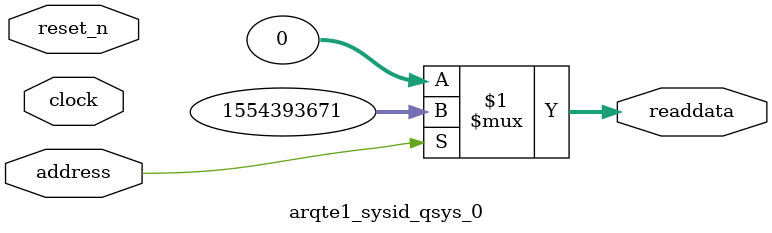
<source format=v>

`timescale 1ns / 1ps
// synthesis translate_on

// turn off superfluous verilog processor warnings 
// altera message_level Level1 
// altera message_off 10034 10035 10036 10037 10230 10240 10030 

module arqte1_sysid_qsys_0 (
               // inputs:
                address,
                clock,
                reset_n,

               // outputs:
                readdata
             )
;

  output  [ 31: 0] readdata;
  input            address;
  input            clock;
  input            reset_n;

  wire    [ 31: 0] readdata;
  //control_slave, which is an e_avalon_slave
  assign readdata = address ? 1554393671 : 0;

endmodule




</source>
